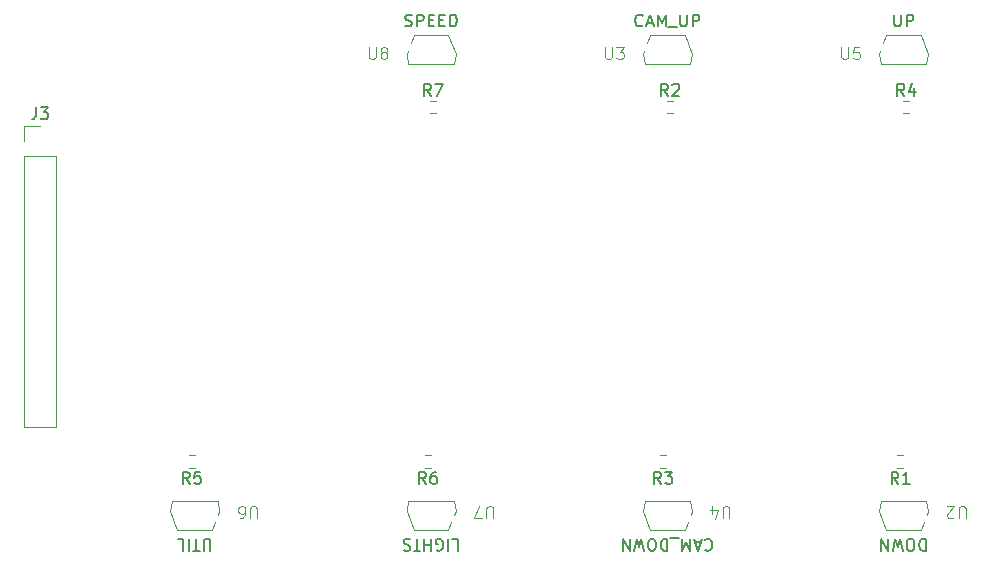
<source format=gbr>
%TF.GenerationSoftware,KiCad,Pcbnew,9.0.0*%
%TF.CreationDate,2025-06-04T23:48:26+02:00*%
%TF.ProjectId,uv_controler,75765f63-6f6e-4747-926f-6c65722e6b69,rev?*%
%TF.SameCoordinates,Original*%
%TF.FileFunction,Legend,Top*%
%TF.FilePolarity,Positive*%
%FSLAX46Y46*%
G04 Gerber Fmt 4.6, Leading zero omitted, Abs format (unit mm)*
G04 Created by KiCad (PCBNEW 9.0.0) date 2025-06-04 23:48:26*
%MOMM*%
%LPD*%
G01*
G04 APERTURE LIST*
%ADD10C,0.100000*%
%ADD11C,0.150000*%
%ADD12C,0.120000*%
G04 APERTURE END LIST*
D10*
X163648629Y-67804919D02*
X163648629Y-68614442D01*
X163648629Y-68614442D02*
X163696248Y-68709680D01*
X163696248Y-68709680D02*
X163743867Y-68757300D01*
X163743867Y-68757300D02*
X163839105Y-68804919D01*
X163839105Y-68804919D02*
X164029581Y-68804919D01*
X164029581Y-68804919D02*
X164124819Y-68757300D01*
X164124819Y-68757300D02*
X164172438Y-68709680D01*
X164172438Y-68709680D02*
X164220057Y-68614442D01*
X164220057Y-68614442D02*
X164220057Y-67804919D01*
X164839105Y-68233490D02*
X164743867Y-68185871D01*
X164743867Y-68185871D02*
X164696248Y-68138252D01*
X164696248Y-68138252D02*
X164648629Y-68043014D01*
X164648629Y-68043014D02*
X164648629Y-67995395D01*
X164648629Y-67995395D02*
X164696248Y-67900157D01*
X164696248Y-67900157D02*
X164743867Y-67852538D01*
X164743867Y-67852538D02*
X164839105Y-67804919D01*
X164839105Y-67804919D02*
X165029581Y-67804919D01*
X165029581Y-67804919D02*
X165124819Y-67852538D01*
X165124819Y-67852538D02*
X165172438Y-67900157D01*
X165172438Y-67900157D02*
X165220057Y-67995395D01*
X165220057Y-67995395D02*
X165220057Y-68043014D01*
X165220057Y-68043014D02*
X165172438Y-68138252D01*
X165172438Y-68138252D02*
X165124819Y-68185871D01*
X165124819Y-68185871D02*
X165029581Y-68233490D01*
X165029581Y-68233490D02*
X164839105Y-68233490D01*
X164839105Y-68233490D02*
X164743867Y-68281109D01*
X164743867Y-68281109D02*
X164696248Y-68328728D01*
X164696248Y-68328728D02*
X164648629Y-68423966D01*
X164648629Y-68423966D02*
X164648629Y-68614442D01*
X164648629Y-68614442D02*
X164696248Y-68709680D01*
X164696248Y-68709680D02*
X164743867Y-68757300D01*
X164743867Y-68757300D02*
X164839105Y-68804919D01*
X164839105Y-68804919D02*
X165029581Y-68804919D01*
X165029581Y-68804919D02*
X165124819Y-68757300D01*
X165124819Y-68757300D02*
X165172438Y-68709680D01*
X165172438Y-68709680D02*
X165220057Y-68614442D01*
X165220057Y-68614442D02*
X165220057Y-68423966D01*
X165220057Y-68423966D02*
X165172438Y-68328728D01*
X165172438Y-68328728D02*
X165124819Y-68281109D01*
X165124819Y-68281109D02*
X165029581Y-68233490D01*
D11*
X166720058Y-66004700D02*
X166862915Y-66052319D01*
X166862915Y-66052319D02*
X167101010Y-66052319D01*
X167101010Y-66052319D02*
X167196248Y-66004700D01*
X167196248Y-66004700D02*
X167243867Y-65957080D01*
X167243867Y-65957080D02*
X167291486Y-65861842D01*
X167291486Y-65861842D02*
X167291486Y-65766604D01*
X167291486Y-65766604D02*
X167243867Y-65671366D01*
X167243867Y-65671366D02*
X167196248Y-65623747D01*
X167196248Y-65623747D02*
X167101010Y-65576128D01*
X167101010Y-65576128D02*
X166910534Y-65528509D01*
X166910534Y-65528509D02*
X166815296Y-65480890D01*
X166815296Y-65480890D02*
X166767677Y-65433271D01*
X166767677Y-65433271D02*
X166720058Y-65338033D01*
X166720058Y-65338033D02*
X166720058Y-65242795D01*
X166720058Y-65242795D02*
X166767677Y-65147557D01*
X166767677Y-65147557D02*
X166815296Y-65099938D01*
X166815296Y-65099938D02*
X166910534Y-65052319D01*
X166910534Y-65052319D02*
X167148629Y-65052319D01*
X167148629Y-65052319D02*
X167291486Y-65099938D01*
X167720058Y-66052319D02*
X167720058Y-65052319D01*
X167720058Y-65052319D02*
X168101010Y-65052319D01*
X168101010Y-65052319D02*
X168196248Y-65099938D01*
X168196248Y-65099938D02*
X168243867Y-65147557D01*
X168243867Y-65147557D02*
X168291486Y-65242795D01*
X168291486Y-65242795D02*
X168291486Y-65385652D01*
X168291486Y-65385652D02*
X168243867Y-65480890D01*
X168243867Y-65480890D02*
X168196248Y-65528509D01*
X168196248Y-65528509D02*
X168101010Y-65576128D01*
X168101010Y-65576128D02*
X167720058Y-65576128D01*
X168720058Y-65528509D02*
X169053391Y-65528509D01*
X169196248Y-66052319D02*
X168720058Y-66052319D01*
X168720058Y-66052319D02*
X168720058Y-65052319D01*
X168720058Y-65052319D02*
X169196248Y-65052319D01*
X169624820Y-65528509D02*
X169958153Y-65528509D01*
X170101010Y-66052319D02*
X169624820Y-66052319D01*
X169624820Y-66052319D02*
X169624820Y-65052319D01*
X169624820Y-65052319D02*
X170101010Y-65052319D01*
X170529582Y-66052319D02*
X170529582Y-65052319D01*
X170529582Y-65052319D02*
X170767677Y-65052319D01*
X170767677Y-65052319D02*
X170910534Y-65099938D01*
X170910534Y-65099938D02*
X171005772Y-65195176D01*
X171005772Y-65195176D02*
X171053391Y-65290414D01*
X171053391Y-65290414D02*
X171101010Y-65480890D01*
X171101010Y-65480890D02*
X171101010Y-65623747D01*
X171101010Y-65623747D02*
X171053391Y-65814223D01*
X171053391Y-65814223D02*
X171005772Y-65909461D01*
X171005772Y-65909461D02*
X170910534Y-66004700D01*
X170910534Y-66004700D02*
X170767677Y-66052319D01*
X170767677Y-66052319D02*
X170529582Y-66052319D01*
X168468867Y-104782319D02*
X168135534Y-104306128D01*
X167897439Y-104782319D02*
X167897439Y-103782319D01*
X167897439Y-103782319D02*
X168278391Y-103782319D01*
X168278391Y-103782319D02*
X168373629Y-103829938D01*
X168373629Y-103829938D02*
X168421248Y-103877557D01*
X168421248Y-103877557D02*
X168468867Y-103972795D01*
X168468867Y-103972795D02*
X168468867Y-104115652D01*
X168468867Y-104115652D02*
X168421248Y-104210890D01*
X168421248Y-104210890D02*
X168373629Y-104258509D01*
X168373629Y-104258509D02*
X168278391Y-104306128D01*
X168278391Y-104306128D02*
X167897439Y-104306128D01*
X169326010Y-103782319D02*
X169135534Y-103782319D01*
X169135534Y-103782319D02*
X169040296Y-103829938D01*
X169040296Y-103829938D02*
X168992677Y-103877557D01*
X168992677Y-103877557D02*
X168897439Y-104020414D01*
X168897439Y-104020414D02*
X168849820Y-104210890D01*
X168849820Y-104210890D02*
X168849820Y-104591842D01*
X168849820Y-104591842D02*
X168897439Y-104687080D01*
X168897439Y-104687080D02*
X168945058Y-104734700D01*
X168945058Y-104734700D02*
X169040296Y-104782319D01*
X169040296Y-104782319D02*
X169230772Y-104782319D01*
X169230772Y-104782319D02*
X169326010Y-104734700D01*
X169326010Y-104734700D02*
X169373629Y-104687080D01*
X169373629Y-104687080D02*
X169421248Y-104591842D01*
X169421248Y-104591842D02*
X169421248Y-104353747D01*
X169421248Y-104353747D02*
X169373629Y-104258509D01*
X169373629Y-104258509D02*
X169326010Y-104210890D01*
X169326010Y-104210890D02*
X169230772Y-104163271D01*
X169230772Y-104163271D02*
X169040296Y-104163271D01*
X169040296Y-104163271D02*
X168945058Y-104210890D01*
X168945058Y-104210890D02*
X168897439Y-104258509D01*
X168897439Y-104258509D02*
X168849820Y-104353747D01*
X135466666Y-72904819D02*
X135466666Y-73619104D01*
X135466666Y-73619104D02*
X135419047Y-73761961D01*
X135419047Y-73761961D02*
X135323809Y-73857200D01*
X135323809Y-73857200D02*
X135180952Y-73904819D01*
X135180952Y-73904819D02*
X135085714Y-73904819D01*
X135847619Y-72904819D02*
X136466666Y-72904819D01*
X136466666Y-72904819D02*
X136133333Y-73285771D01*
X136133333Y-73285771D02*
X136276190Y-73285771D01*
X136276190Y-73285771D02*
X136371428Y-73333390D01*
X136371428Y-73333390D02*
X136419047Y-73381009D01*
X136419047Y-73381009D02*
X136466666Y-73476247D01*
X136466666Y-73476247D02*
X136466666Y-73714342D01*
X136466666Y-73714342D02*
X136419047Y-73809580D01*
X136419047Y-73809580D02*
X136371428Y-73857200D01*
X136371428Y-73857200D02*
X136276190Y-73904819D01*
X136276190Y-73904819D02*
X135990476Y-73904819D01*
X135990476Y-73904819D02*
X135895238Y-73857200D01*
X135895238Y-73857200D02*
X135847619Y-73809580D01*
D10*
X183648629Y-67804919D02*
X183648629Y-68614442D01*
X183648629Y-68614442D02*
X183696248Y-68709680D01*
X183696248Y-68709680D02*
X183743867Y-68757300D01*
X183743867Y-68757300D02*
X183839105Y-68804919D01*
X183839105Y-68804919D02*
X184029581Y-68804919D01*
X184029581Y-68804919D02*
X184124819Y-68757300D01*
X184124819Y-68757300D02*
X184172438Y-68709680D01*
X184172438Y-68709680D02*
X184220057Y-68614442D01*
X184220057Y-68614442D02*
X184220057Y-67804919D01*
X184601010Y-67804919D02*
X185220057Y-67804919D01*
X185220057Y-67804919D02*
X184886724Y-68185871D01*
X184886724Y-68185871D02*
X185029581Y-68185871D01*
X185029581Y-68185871D02*
X185124819Y-68233490D01*
X185124819Y-68233490D02*
X185172438Y-68281109D01*
X185172438Y-68281109D02*
X185220057Y-68376347D01*
X185220057Y-68376347D02*
X185220057Y-68614442D01*
X185220057Y-68614442D02*
X185172438Y-68709680D01*
X185172438Y-68709680D02*
X185124819Y-68757300D01*
X185124819Y-68757300D02*
X185029581Y-68804919D01*
X185029581Y-68804919D02*
X184743867Y-68804919D01*
X184743867Y-68804919D02*
X184648629Y-68757300D01*
X184648629Y-68757300D02*
X184601010Y-68709680D01*
D11*
X186815295Y-65957080D02*
X186767676Y-66004700D01*
X186767676Y-66004700D02*
X186624819Y-66052319D01*
X186624819Y-66052319D02*
X186529581Y-66052319D01*
X186529581Y-66052319D02*
X186386724Y-66004700D01*
X186386724Y-66004700D02*
X186291486Y-65909461D01*
X186291486Y-65909461D02*
X186243867Y-65814223D01*
X186243867Y-65814223D02*
X186196248Y-65623747D01*
X186196248Y-65623747D02*
X186196248Y-65480890D01*
X186196248Y-65480890D02*
X186243867Y-65290414D01*
X186243867Y-65290414D02*
X186291486Y-65195176D01*
X186291486Y-65195176D02*
X186386724Y-65099938D01*
X186386724Y-65099938D02*
X186529581Y-65052319D01*
X186529581Y-65052319D02*
X186624819Y-65052319D01*
X186624819Y-65052319D02*
X186767676Y-65099938D01*
X186767676Y-65099938D02*
X186815295Y-65147557D01*
X187196248Y-65766604D02*
X187672438Y-65766604D01*
X187101010Y-66052319D02*
X187434343Y-65052319D01*
X187434343Y-65052319D02*
X187767676Y-66052319D01*
X188101010Y-66052319D02*
X188101010Y-65052319D01*
X188101010Y-65052319D02*
X188434343Y-65766604D01*
X188434343Y-65766604D02*
X188767676Y-65052319D01*
X188767676Y-65052319D02*
X188767676Y-66052319D01*
X189005772Y-66147557D02*
X189767676Y-66147557D01*
X190005772Y-65052319D02*
X190005772Y-65861842D01*
X190005772Y-65861842D02*
X190053391Y-65957080D01*
X190053391Y-65957080D02*
X190101010Y-66004700D01*
X190101010Y-66004700D02*
X190196248Y-66052319D01*
X190196248Y-66052319D02*
X190386724Y-66052319D01*
X190386724Y-66052319D02*
X190481962Y-66004700D01*
X190481962Y-66004700D02*
X190529581Y-65957080D01*
X190529581Y-65957080D02*
X190577200Y-65861842D01*
X190577200Y-65861842D02*
X190577200Y-65052319D01*
X191053391Y-66052319D02*
X191053391Y-65052319D01*
X191053391Y-65052319D02*
X191434343Y-65052319D01*
X191434343Y-65052319D02*
X191529581Y-65099938D01*
X191529581Y-65099938D02*
X191577200Y-65147557D01*
X191577200Y-65147557D02*
X191624819Y-65242795D01*
X191624819Y-65242795D02*
X191624819Y-65385652D01*
X191624819Y-65385652D02*
X191577200Y-65480890D01*
X191577200Y-65480890D02*
X191529581Y-65528509D01*
X191529581Y-65528509D02*
X191434343Y-65576128D01*
X191434343Y-65576128D02*
X191053391Y-65576128D01*
D10*
X203648629Y-67804919D02*
X203648629Y-68614442D01*
X203648629Y-68614442D02*
X203696248Y-68709680D01*
X203696248Y-68709680D02*
X203743867Y-68757300D01*
X203743867Y-68757300D02*
X203839105Y-68804919D01*
X203839105Y-68804919D02*
X204029581Y-68804919D01*
X204029581Y-68804919D02*
X204124819Y-68757300D01*
X204124819Y-68757300D02*
X204172438Y-68709680D01*
X204172438Y-68709680D02*
X204220057Y-68614442D01*
X204220057Y-68614442D02*
X204220057Y-67804919D01*
X205172438Y-67804919D02*
X204696248Y-67804919D01*
X204696248Y-67804919D02*
X204648629Y-68281109D01*
X204648629Y-68281109D02*
X204696248Y-68233490D01*
X204696248Y-68233490D02*
X204791486Y-68185871D01*
X204791486Y-68185871D02*
X205029581Y-68185871D01*
X205029581Y-68185871D02*
X205124819Y-68233490D01*
X205124819Y-68233490D02*
X205172438Y-68281109D01*
X205172438Y-68281109D02*
X205220057Y-68376347D01*
X205220057Y-68376347D02*
X205220057Y-68614442D01*
X205220057Y-68614442D02*
X205172438Y-68709680D01*
X205172438Y-68709680D02*
X205124819Y-68757300D01*
X205124819Y-68757300D02*
X205029581Y-68804919D01*
X205029581Y-68804919D02*
X204791486Y-68804919D01*
X204791486Y-68804919D02*
X204696248Y-68757300D01*
X204696248Y-68757300D02*
X204648629Y-68709680D01*
D11*
X208124820Y-65052319D02*
X208124820Y-65861842D01*
X208124820Y-65861842D02*
X208172439Y-65957080D01*
X208172439Y-65957080D02*
X208220058Y-66004700D01*
X208220058Y-66004700D02*
X208315296Y-66052319D01*
X208315296Y-66052319D02*
X208505772Y-66052319D01*
X208505772Y-66052319D02*
X208601010Y-66004700D01*
X208601010Y-66004700D02*
X208648629Y-65957080D01*
X208648629Y-65957080D02*
X208696248Y-65861842D01*
X208696248Y-65861842D02*
X208696248Y-65052319D01*
X209172439Y-66052319D02*
X209172439Y-65052319D01*
X209172439Y-65052319D02*
X209553391Y-65052319D01*
X209553391Y-65052319D02*
X209648629Y-65099938D01*
X209648629Y-65099938D02*
X209696248Y-65147557D01*
X209696248Y-65147557D02*
X209743867Y-65242795D01*
X209743867Y-65242795D02*
X209743867Y-65385652D01*
X209743867Y-65385652D02*
X209696248Y-65480890D01*
X209696248Y-65480890D02*
X209648629Y-65528509D01*
X209648629Y-65528509D02*
X209553391Y-65576128D01*
X209553391Y-65576128D02*
X209172439Y-65576128D01*
D10*
X194172438Y-107690080D02*
X194172438Y-106880557D01*
X194172438Y-106880557D02*
X194124819Y-106785319D01*
X194124819Y-106785319D02*
X194077200Y-106737700D01*
X194077200Y-106737700D02*
X193981962Y-106690080D01*
X193981962Y-106690080D02*
X193791486Y-106690080D01*
X193791486Y-106690080D02*
X193696248Y-106737700D01*
X193696248Y-106737700D02*
X193648629Y-106785319D01*
X193648629Y-106785319D02*
X193601010Y-106880557D01*
X193601010Y-106880557D02*
X193601010Y-107690080D01*
X192696248Y-107356747D02*
X192696248Y-106690080D01*
X192934343Y-107737700D02*
X193172438Y-107023414D01*
X193172438Y-107023414D02*
X192553391Y-107023414D01*
D11*
X192101010Y-109537919D02*
X192148629Y-109490300D01*
X192148629Y-109490300D02*
X192291486Y-109442680D01*
X192291486Y-109442680D02*
X192386724Y-109442680D01*
X192386724Y-109442680D02*
X192529581Y-109490300D01*
X192529581Y-109490300D02*
X192624819Y-109585538D01*
X192624819Y-109585538D02*
X192672438Y-109680776D01*
X192672438Y-109680776D02*
X192720057Y-109871252D01*
X192720057Y-109871252D02*
X192720057Y-110014109D01*
X192720057Y-110014109D02*
X192672438Y-110204585D01*
X192672438Y-110204585D02*
X192624819Y-110299823D01*
X192624819Y-110299823D02*
X192529581Y-110395061D01*
X192529581Y-110395061D02*
X192386724Y-110442680D01*
X192386724Y-110442680D02*
X192291486Y-110442680D01*
X192291486Y-110442680D02*
X192148629Y-110395061D01*
X192148629Y-110395061D02*
X192101010Y-110347442D01*
X191720057Y-109728395D02*
X191243867Y-109728395D01*
X191815295Y-109442680D02*
X191481962Y-110442680D01*
X191481962Y-110442680D02*
X191148629Y-109442680D01*
X190815295Y-109442680D02*
X190815295Y-110442680D01*
X190815295Y-110442680D02*
X190481962Y-109728395D01*
X190481962Y-109728395D02*
X190148629Y-110442680D01*
X190148629Y-110442680D02*
X190148629Y-109442680D01*
X189910534Y-109347442D02*
X189148629Y-109347442D01*
X188910533Y-109442680D02*
X188910533Y-110442680D01*
X188910533Y-110442680D02*
X188672438Y-110442680D01*
X188672438Y-110442680D02*
X188529581Y-110395061D01*
X188529581Y-110395061D02*
X188434343Y-110299823D01*
X188434343Y-110299823D02*
X188386724Y-110204585D01*
X188386724Y-110204585D02*
X188339105Y-110014109D01*
X188339105Y-110014109D02*
X188339105Y-109871252D01*
X188339105Y-109871252D02*
X188386724Y-109680776D01*
X188386724Y-109680776D02*
X188434343Y-109585538D01*
X188434343Y-109585538D02*
X188529581Y-109490300D01*
X188529581Y-109490300D02*
X188672438Y-109442680D01*
X188672438Y-109442680D02*
X188910533Y-109442680D01*
X187720057Y-110442680D02*
X187529581Y-110442680D01*
X187529581Y-110442680D02*
X187434343Y-110395061D01*
X187434343Y-110395061D02*
X187339105Y-110299823D01*
X187339105Y-110299823D02*
X187291486Y-110109347D01*
X187291486Y-110109347D02*
X187291486Y-109776014D01*
X187291486Y-109776014D02*
X187339105Y-109585538D01*
X187339105Y-109585538D02*
X187434343Y-109490300D01*
X187434343Y-109490300D02*
X187529581Y-109442680D01*
X187529581Y-109442680D02*
X187720057Y-109442680D01*
X187720057Y-109442680D02*
X187815295Y-109490300D01*
X187815295Y-109490300D02*
X187910533Y-109585538D01*
X187910533Y-109585538D02*
X187958152Y-109776014D01*
X187958152Y-109776014D02*
X187958152Y-110109347D01*
X187958152Y-110109347D02*
X187910533Y-110299823D01*
X187910533Y-110299823D02*
X187815295Y-110395061D01*
X187815295Y-110395061D02*
X187720057Y-110442680D01*
X186958152Y-110442680D02*
X186720057Y-109442680D01*
X186720057Y-109442680D02*
X186529581Y-110156966D01*
X186529581Y-110156966D02*
X186339105Y-109442680D01*
X186339105Y-109442680D02*
X186101010Y-110442680D01*
X185720057Y-109442680D02*
X185720057Y-110442680D01*
X185720057Y-110442680D02*
X185148629Y-109442680D01*
X185148629Y-109442680D02*
X185148629Y-110442680D01*
X148468867Y-104782319D02*
X148135534Y-104306128D01*
X147897439Y-104782319D02*
X147897439Y-103782319D01*
X147897439Y-103782319D02*
X148278391Y-103782319D01*
X148278391Y-103782319D02*
X148373629Y-103829938D01*
X148373629Y-103829938D02*
X148421248Y-103877557D01*
X148421248Y-103877557D02*
X148468867Y-103972795D01*
X148468867Y-103972795D02*
X148468867Y-104115652D01*
X148468867Y-104115652D02*
X148421248Y-104210890D01*
X148421248Y-104210890D02*
X148373629Y-104258509D01*
X148373629Y-104258509D02*
X148278391Y-104306128D01*
X148278391Y-104306128D02*
X147897439Y-104306128D01*
X149373629Y-103782319D02*
X148897439Y-103782319D01*
X148897439Y-103782319D02*
X148849820Y-104258509D01*
X148849820Y-104258509D02*
X148897439Y-104210890D01*
X148897439Y-104210890D02*
X148992677Y-104163271D01*
X148992677Y-104163271D02*
X149230772Y-104163271D01*
X149230772Y-104163271D02*
X149326010Y-104210890D01*
X149326010Y-104210890D02*
X149373629Y-104258509D01*
X149373629Y-104258509D02*
X149421248Y-104353747D01*
X149421248Y-104353747D02*
X149421248Y-104591842D01*
X149421248Y-104591842D02*
X149373629Y-104687080D01*
X149373629Y-104687080D02*
X149326010Y-104734700D01*
X149326010Y-104734700D02*
X149230772Y-104782319D01*
X149230772Y-104782319D02*
X148992677Y-104782319D01*
X148992677Y-104782319D02*
X148897439Y-104734700D01*
X148897439Y-104734700D02*
X148849820Y-104687080D01*
X208968867Y-71922319D02*
X208635534Y-71446128D01*
X208397439Y-71922319D02*
X208397439Y-70922319D01*
X208397439Y-70922319D02*
X208778391Y-70922319D01*
X208778391Y-70922319D02*
X208873629Y-70969938D01*
X208873629Y-70969938D02*
X208921248Y-71017557D01*
X208921248Y-71017557D02*
X208968867Y-71112795D01*
X208968867Y-71112795D02*
X208968867Y-71255652D01*
X208968867Y-71255652D02*
X208921248Y-71350890D01*
X208921248Y-71350890D02*
X208873629Y-71398509D01*
X208873629Y-71398509D02*
X208778391Y-71446128D01*
X208778391Y-71446128D02*
X208397439Y-71446128D01*
X209826010Y-71255652D02*
X209826010Y-71922319D01*
X209587915Y-70874700D02*
X209349820Y-71588985D01*
X209349820Y-71588985D02*
X209968867Y-71588985D01*
D10*
X154172438Y-107690080D02*
X154172438Y-106880557D01*
X154172438Y-106880557D02*
X154124819Y-106785319D01*
X154124819Y-106785319D02*
X154077200Y-106737700D01*
X154077200Y-106737700D02*
X153981962Y-106690080D01*
X153981962Y-106690080D02*
X153791486Y-106690080D01*
X153791486Y-106690080D02*
X153696248Y-106737700D01*
X153696248Y-106737700D02*
X153648629Y-106785319D01*
X153648629Y-106785319D02*
X153601010Y-106880557D01*
X153601010Y-106880557D02*
X153601010Y-107690080D01*
X152696248Y-107690080D02*
X152886724Y-107690080D01*
X152886724Y-107690080D02*
X152981962Y-107642461D01*
X152981962Y-107642461D02*
X153029581Y-107594842D01*
X153029581Y-107594842D02*
X153124819Y-107451985D01*
X153124819Y-107451985D02*
X153172438Y-107261509D01*
X153172438Y-107261509D02*
X153172438Y-106880557D01*
X153172438Y-106880557D02*
X153124819Y-106785319D01*
X153124819Y-106785319D02*
X153077200Y-106737700D01*
X153077200Y-106737700D02*
X152981962Y-106690080D01*
X152981962Y-106690080D02*
X152791486Y-106690080D01*
X152791486Y-106690080D02*
X152696248Y-106737700D01*
X152696248Y-106737700D02*
X152648629Y-106785319D01*
X152648629Y-106785319D02*
X152601010Y-106880557D01*
X152601010Y-106880557D02*
X152601010Y-107118652D01*
X152601010Y-107118652D02*
X152648629Y-107213890D01*
X152648629Y-107213890D02*
X152696248Y-107261509D01*
X152696248Y-107261509D02*
X152791486Y-107309128D01*
X152791486Y-107309128D02*
X152981962Y-107309128D01*
X152981962Y-107309128D02*
X153077200Y-107261509D01*
X153077200Y-107261509D02*
X153124819Y-107213890D01*
X153124819Y-107213890D02*
X153172438Y-107118652D01*
D11*
X150220057Y-110442680D02*
X150220057Y-109633157D01*
X150220057Y-109633157D02*
X150172438Y-109537919D01*
X150172438Y-109537919D02*
X150124819Y-109490300D01*
X150124819Y-109490300D02*
X150029581Y-109442680D01*
X150029581Y-109442680D02*
X149839105Y-109442680D01*
X149839105Y-109442680D02*
X149743867Y-109490300D01*
X149743867Y-109490300D02*
X149696248Y-109537919D01*
X149696248Y-109537919D02*
X149648629Y-109633157D01*
X149648629Y-109633157D02*
X149648629Y-110442680D01*
X149315295Y-110442680D02*
X148743867Y-110442680D01*
X149029581Y-109442680D02*
X149029581Y-110442680D01*
X148410533Y-109442680D02*
X148410533Y-110442680D01*
X147458153Y-109442680D02*
X147934343Y-109442680D01*
X147934343Y-109442680D02*
X147934343Y-110442680D01*
X188968867Y-71922319D02*
X188635534Y-71446128D01*
X188397439Y-71922319D02*
X188397439Y-70922319D01*
X188397439Y-70922319D02*
X188778391Y-70922319D01*
X188778391Y-70922319D02*
X188873629Y-70969938D01*
X188873629Y-70969938D02*
X188921248Y-71017557D01*
X188921248Y-71017557D02*
X188968867Y-71112795D01*
X188968867Y-71112795D02*
X188968867Y-71255652D01*
X188968867Y-71255652D02*
X188921248Y-71350890D01*
X188921248Y-71350890D02*
X188873629Y-71398509D01*
X188873629Y-71398509D02*
X188778391Y-71446128D01*
X188778391Y-71446128D02*
X188397439Y-71446128D01*
X189349820Y-71017557D02*
X189397439Y-70969938D01*
X189397439Y-70969938D02*
X189492677Y-70922319D01*
X189492677Y-70922319D02*
X189730772Y-70922319D01*
X189730772Y-70922319D02*
X189826010Y-70969938D01*
X189826010Y-70969938D02*
X189873629Y-71017557D01*
X189873629Y-71017557D02*
X189921248Y-71112795D01*
X189921248Y-71112795D02*
X189921248Y-71208033D01*
X189921248Y-71208033D02*
X189873629Y-71350890D01*
X189873629Y-71350890D02*
X189302201Y-71922319D01*
X189302201Y-71922319D02*
X189921248Y-71922319D01*
D10*
X174172438Y-107690080D02*
X174172438Y-106880557D01*
X174172438Y-106880557D02*
X174124819Y-106785319D01*
X174124819Y-106785319D02*
X174077200Y-106737700D01*
X174077200Y-106737700D02*
X173981962Y-106690080D01*
X173981962Y-106690080D02*
X173791486Y-106690080D01*
X173791486Y-106690080D02*
X173696248Y-106737700D01*
X173696248Y-106737700D02*
X173648629Y-106785319D01*
X173648629Y-106785319D02*
X173601010Y-106880557D01*
X173601010Y-106880557D02*
X173601010Y-107690080D01*
X173220057Y-107690080D02*
X172553391Y-107690080D01*
X172553391Y-107690080D02*
X172981962Y-106690080D01*
D11*
X170720057Y-109442680D02*
X171196247Y-109442680D01*
X171196247Y-109442680D02*
X171196247Y-110442680D01*
X170386723Y-109442680D02*
X170386723Y-110442680D01*
X169386724Y-110395061D02*
X169481962Y-110442680D01*
X169481962Y-110442680D02*
X169624819Y-110442680D01*
X169624819Y-110442680D02*
X169767676Y-110395061D01*
X169767676Y-110395061D02*
X169862914Y-110299823D01*
X169862914Y-110299823D02*
X169910533Y-110204585D01*
X169910533Y-110204585D02*
X169958152Y-110014109D01*
X169958152Y-110014109D02*
X169958152Y-109871252D01*
X169958152Y-109871252D02*
X169910533Y-109680776D01*
X169910533Y-109680776D02*
X169862914Y-109585538D01*
X169862914Y-109585538D02*
X169767676Y-109490300D01*
X169767676Y-109490300D02*
X169624819Y-109442680D01*
X169624819Y-109442680D02*
X169529581Y-109442680D01*
X169529581Y-109442680D02*
X169386724Y-109490300D01*
X169386724Y-109490300D02*
X169339105Y-109537919D01*
X169339105Y-109537919D02*
X169339105Y-109871252D01*
X169339105Y-109871252D02*
X169529581Y-109871252D01*
X168910533Y-109442680D02*
X168910533Y-110442680D01*
X168910533Y-109966490D02*
X168339105Y-109966490D01*
X168339105Y-109442680D02*
X168339105Y-110442680D01*
X168005771Y-110442680D02*
X167434343Y-110442680D01*
X167720057Y-109442680D02*
X167720057Y-110442680D01*
X167148628Y-109490300D02*
X167005771Y-109442680D01*
X167005771Y-109442680D02*
X166767676Y-109442680D01*
X166767676Y-109442680D02*
X166672438Y-109490300D01*
X166672438Y-109490300D02*
X166624819Y-109537919D01*
X166624819Y-109537919D02*
X166577200Y-109633157D01*
X166577200Y-109633157D02*
X166577200Y-109728395D01*
X166577200Y-109728395D02*
X166624819Y-109823633D01*
X166624819Y-109823633D02*
X166672438Y-109871252D01*
X166672438Y-109871252D02*
X166767676Y-109918871D01*
X166767676Y-109918871D02*
X166958152Y-109966490D01*
X166958152Y-109966490D02*
X167053390Y-110014109D01*
X167053390Y-110014109D02*
X167101009Y-110061728D01*
X167101009Y-110061728D02*
X167148628Y-110156966D01*
X167148628Y-110156966D02*
X167148628Y-110252204D01*
X167148628Y-110252204D02*
X167101009Y-110347442D01*
X167101009Y-110347442D02*
X167053390Y-110395061D01*
X167053390Y-110395061D02*
X166958152Y-110442680D01*
X166958152Y-110442680D02*
X166720057Y-110442680D01*
X166720057Y-110442680D02*
X166577200Y-110395061D01*
X208468867Y-104782319D02*
X208135534Y-104306128D01*
X207897439Y-104782319D02*
X207897439Y-103782319D01*
X207897439Y-103782319D02*
X208278391Y-103782319D01*
X208278391Y-103782319D02*
X208373629Y-103829938D01*
X208373629Y-103829938D02*
X208421248Y-103877557D01*
X208421248Y-103877557D02*
X208468867Y-103972795D01*
X208468867Y-103972795D02*
X208468867Y-104115652D01*
X208468867Y-104115652D02*
X208421248Y-104210890D01*
X208421248Y-104210890D02*
X208373629Y-104258509D01*
X208373629Y-104258509D02*
X208278391Y-104306128D01*
X208278391Y-104306128D02*
X207897439Y-104306128D01*
X209421248Y-104782319D02*
X208849820Y-104782319D01*
X209135534Y-104782319D02*
X209135534Y-103782319D01*
X209135534Y-103782319D02*
X209040296Y-103925176D01*
X209040296Y-103925176D02*
X208945058Y-104020414D01*
X208945058Y-104020414D02*
X208849820Y-104068033D01*
X188381367Y-104782319D02*
X188048034Y-104306128D01*
X187809939Y-104782319D02*
X187809939Y-103782319D01*
X187809939Y-103782319D02*
X188190891Y-103782319D01*
X188190891Y-103782319D02*
X188286129Y-103829938D01*
X188286129Y-103829938D02*
X188333748Y-103877557D01*
X188333748Y-103877557D02*
X188381367Y-103972795D01*
X188381367Y-103972795D02*
X188381367Y-104115652D01*
X188381367Y-104115652D02*
X188333748Y-104210890D01*
X188333748Y-104210890D02*
X188286129Y-104258509D01*
X188286129Y-104258509D02*
X188190891Y-104306128D01*
X188190891Y-104306128D02*
X187809939Y-104306128D01*
X188714701Y-103782319D02*
X189333748Y-103782319D01*
X189333748Y-103782319D02*
X189000415Y-104163271D01*
X189000415Y-104163271D02*
X189143272Y-104163271D01*
X189143272Y-104163271D02*
X189238510Y-104210890D01*
X189238510Y-104210890D02*
X189286129Y-104258509D01*
X189286129Y-104258509D02*
X189333748Y-104353747D01*
X189333748Y-104353747D02*
X189333748Y-104591842D01*
X189333748Y-104591842D02*
X189286129Y-104687080D01*
X189286129Y-104687080D02*
X189238510Y-104734700D01*
X189238510Y-104734700D02*
X189143272Y-104782319D01*
X189143272Y-104782319D02*
X188857558Y-104782319D01*
X188857558Y-104782319D02*
X188762320Y-104734700D01*
X188762320Y-104734700D02*
X188714701Y-104687080D01*
X168881367Y-71922319D02*
X168548034Y-71446128D01*
X168309939Y-71922319D02*
X168309939Y-70922319D01*
X168309939Y-70922319D02*
X168690891Y-70922319D01*
X168690891Y-70922319D02*
X168786129Y-70969938D01*
X168786129Y-70969938D02*
X168833748Y-71017557D01*
X168833748Y-71017557D02*
X168881367Y-71112795D01*
X168881367Y-71112795D02*
X168881367Y-71255652D01*
X168881367Y-71255652D02*
X168833748Y-71350890D01*
X168833748Y-71350890D02*
X168786129Y-71398509D01*
X168786129Y-71398509D02*
X168690891Y-71446128D01*
X168690891Y-71446128D02*
X168309939Y-71446128D01*
X169214701Y-70922319D02*
X169881367Y-70922319D01*
X169881367Y-70922319D02*
X169452796Y-71922319D01*
D10*
X214172438Y-107690080D02*
X214172438Y-106880557D01*
X214172438Y-106880557D02*
X214124819Y-106785319D01*
X214124819Y-106785319D02*
X214077200Y-106737700D01*
X214077200Y-106737700D02*
X213981962Y-106690080D01*
X213981962Y-106690080D02*
X213791486Y-106690080D01*
X213791486Y-106690080D02*
X213696248Y-106737700D01*
X213696248Y-106737700D02*
X213648629Y-106785319D01*
X213648629Y-106785319D02*
X213601010Y-106880557D01*
X213601010Y-106880557D02*
X213601010Y-107690080D01*
X213172438Y-107594842D02*
X213124819Y-107642461D01*
X213124819Y-107642461D02*
X213029581Y-107690080D01*
X213029581Y-107690080D02*
X212791486Y-107690080D01*
X212791486Y-107690080D02*
X212696248Y-107642461D01*
X212696248Y-107642461D02*
X212648629Y-107594842D01*
X212648629Y-107594842D02*
X212601010Y-107499604D01*
X212601010Y-107499604D02*
X212601010Y-107404366D01*
X212601010Y-107404366D02*
X212648629Y-107261509D01*
X212648629Y-107261509D02*
X213220057Y-106690080D01*
X213220057Y-106690080D02*
X212601010Y-106690080D01*
D11*
X210791485Y-109442680D02*
X210791485Y-110442680D01*
X210791485Y-110442680D02*
X210553390Y-110442680D01*
X210553390Y-110442680D02*
X210410533Y-110395061D01*
X210410533Y-110395061D02*
X210315295Y-110299823D01*
X210315295Y-110299823D02*
X210267676Y-110204585D01*
X210267676Y-110204585D02*
X210220057Y-110014109D01*
X210220057Y-110014109D02*
X210220057Y-109871252D01*
X210220057Y-109871252D02*
X210267676Y-109680776D01*
X210267676Y-109680776D02*
X210315295Y-109585538D01*
X210315295Y-109585538D02*
X210410533Y-109490300D01*
X210410533Y-109490300D02*
X210553390Y-109442680D01*
X210553390Y-109442680D02*
X210791485Y-109442680D01*
X209601009Y-110442680D02*
X209410533Y-110442680D01*
X209410533Y-110442680D02*
X209315295Y-110395061D01*
X209315295Y-110395061D02*
X209220057Y-110299823D01*
X209220057Y-110299823D02*
X209172438Y-110109347D01*
X209172438Y-110109347D02*
X209172438Y-109776014D01*
X209172438Y-109776014D02*
X209220057Y-109585538D01*
X209220057Y-109585538D02*
X209315295Y-109490300D01*
X209315295Y-109490300D02*
X209410533Y-109442680D01*
X209410533Y-109442680D02*
X209601009Y-109442680D01*
X209601009Y-109442680D02*
X209696247Y-109490300D01*
X209696247Y-109490300D02*
X209791485Y-109585538D01*
X209791485Y-109585538D02*
X209839104Y-109776014D01*
X209839104Y-109776014D02*
X209839104Y-110109347D01*
X209839104Y-110109347D02*
X209791485Y-110299823D01*
X209791485Y-110299823D02*
X209696247Y-110395061D01*
X209696247Y-110395061D02*
X209601009Y-110442680D01*
X208839104Y-110442680D02*
X208601009Y-109442680D01*
X208601009Y-109442680D02*
X208410533Y-110156966D01*
X208410533Y-110156966D02*
X208220057Y-109442680D01*
X208220057Y-109442680D02*
X207981962Y-110442680D01*
X207601009Y-109442680D02*
X207601009Y-110442680D01*
X207601009Y-110442680D02*
X207029581Y-109442680D01*
X207029581Y-109442680D02*
X207029581Y-110442680D01*
D12*
%TO.C,U8*%
X170985534Y-68397500D02*
X170385534Y-66797500D01*
X170835534Y-69247500D02*
X170985534Y-68397500D01*
X170385534Y-66797500D02*
X167435534Y-66797500D01*
X167435534Y-66797500D02*
X167185534Y-67447500D01*
X166985534Y-69247500D02*
X170835534Y-69247500D01*
X166935534Y-68097500D02*
X166835534Y-68397500D01*
X166835534Y-68397500D02*
X166985534Y-69247500D01*
%TO.C,R6*%
X168890258Y-102375000D02*
X168380810Y-102375000D01*
X168890258Y-103420000D02*
X168380810Y-103420000D01*
%TO.C,J3*%
X137130000Y-77050000D02*
X137130000Y-99970000D01*
X134470000Y-99970000D02*
X137130000Y-99970000D01*
X134470000Y-77050000D02*
X137130000Y-77050000D01*
X134470000Y-77050000D02*
X134470000Y-99970000D01*
X134470000Y-75780000D02*
X134470000Y-74450000D01*
X134470000Y-74450000D02*
X135800000Y-74450000D01*
%TO.C,U3*%
X190985534Y-68397500D02*
X190385534Y-66797500D01*
X190835534Y-69247500D02*
X190985534Y-68397500D01*
X190385534Y-66797500D02*
X187435534Y-66797500D01*
X187435534Y-66797500D02*
X187185534Y-67447500D01*
X186985534Y-69247500D02*
X190835534Y-69247500D01*
X186935534Y-68097500D02*
X186835534Y-68397500D01*
X186835534Y-68397500D02*
X186985534Y-69247500D01*
%TO.C,U5*%
X210985534Y-68397500D02*
X210385534Y-66797500D01*
X210835534Y-69247500D02*
X210985534Y-68397500D01*
X210385534Y-66797500D02*
X207435534Y-66797500D01*
X207435534Y-66797500D02*
X207185534Y-67447500D01*
X206985534Y-69247500D02*
X210835534Y-69247500D01*
X206935534Y-68097500D02*
X206835534Y-68397500D01*
X206835534Y-68397500D02*
X206985534Y-69247500D01*
%TO.C,U4*%
X186835534Y-107097500D02*
X187435534Y-108697500D01*
X186985534Y-106247500D02*
X186835534Y-107097500D01*
X187435534Y-108697500D02*
X190385534Y-108697500D01*
X190385534Y-108697500D02*
X190635534Y-108047500D01*
X190835534Y-106247500D02*
X186985534Y-106247500D01*
X190885534Y-107397500D02*
X190985534Y-107097500D01*
X190985534Y-107097500D02*
X190835534Y-106247500D01*
%TO.C,R5*%
X148890258Y-102375000D02*
X148380810Y-102375000D01*
X148890258Y-103420000D02*
X148380810Y-103420000D01*
%TO.C,R4*%
X208880810Y-73420000D02*
X209390258Y-73420000D01*
X208880810Y-72375000D02*
X209390258Y-72375000D01*
%TO.C,U6*%
X146835534Y-107097500D02*
X147435534Y-108697500D01*
X146985534Y-106247500D02*
X146835534Y-107097500D01*
X147435534Y-108697500D02*
X150385534Y-108697500D01*
X150385534Y-108697500D02*
X150635534Y-108047500D01*
X150835534Y-106247500D02*
X146985534Y-106247500D01*
X150885534Y-107397500D02*
X150985534Y-107097500D01*
X150985534Y-107097500D02*
X150835534Y-106247500D01*
%TO.C,R2*%
X188880810Y-73420000D02*
X189390258Y-73420000D01*
X188880810Y-72375000D02*
X189390258Y-72375000D01*
%TO.C,U7*%
X166835534Y-107097500D02*
X167435534Y-108697500D01*
X166985534Y-106247500D02*
X166835534Y-107097500D01*
X167435534Y-108697500D02*
X170385534Y-108697500D01*
X170385534Y-108697500D02*
X170635534Y-108047500D01*
X170835534Y-106247500D02*
X166985534Y-106247500D01*
X170885534Y-107397500D02*
X170985534Y-107097500D01*
X170985534Y-107097500D02*
X170835534Y-106247500D01*
%TO.C,R1*%
X208890258Y-102375000D02*
X208380810Y-102375000D01*
X208890258Y-103420000D02*
X208380810Y-103420000D01*
%TO.C,R3*%
X188802758Y-102375000D02*
X188293310Y-102375000D01*
X188802758Y-103420000D02*
X188293310Y-103420000D01*
%TO.C,R7*%
X168793310Y-73420000D02*
X169302758Y-73420000D01*
X168793310Y-72375000D02*
X169302758Y-72375000D01*
%TO.C,U2*%
X206835534Y-107097500D02*
X207435534Y-108697500D01*
X206985534Y-106247500D02*
X206835534Y-107097500D01*
X207435534Y-108697500D02*
X210385534Y-108697500D01*
X210385534Y-108697500D02*
X210635534Y-108047500D01*
X210835534Y-106247500D02*
X206985534Y-106247500D01*
X210885534Y-107397500D02*
X210985534Y-107097500D01*
X210985534Y-107097500D02*
X210835534Y-106247500D01*
%TD*%
M02*

</source>
